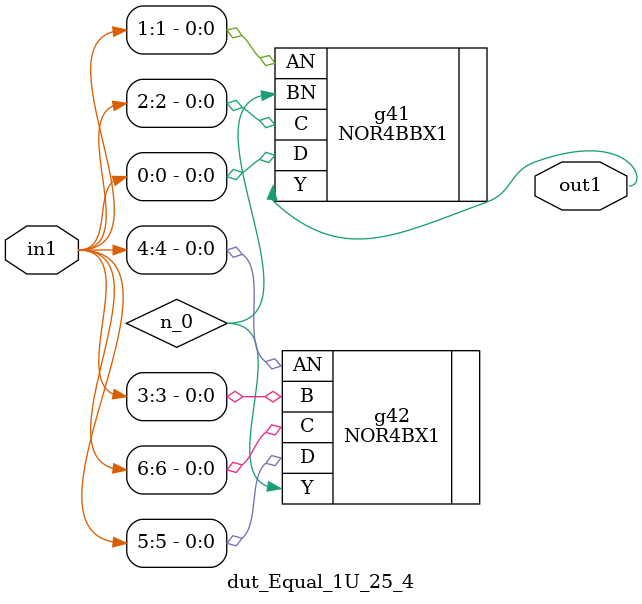
<source format=v>
`timescale 1ps / 1ps


module dut_Equal_1U_25_4(in1, out1);
  input [6:0] in1;
  output out1;
  wire [6:0] in1;
  wire out1;
  wire n_0;
  NOR4BBX1 g41(.AN (in1[1]), .BN (n_0), .C (in1[2]), .D (in1[0]), .Y
       (out1));
  NOR4BX1 g42(.AN (in1[4]), .B (in1[3]), .C (in1[6]), .D (in1[5]), .Y
       (n_0));
endmodule



</source>
